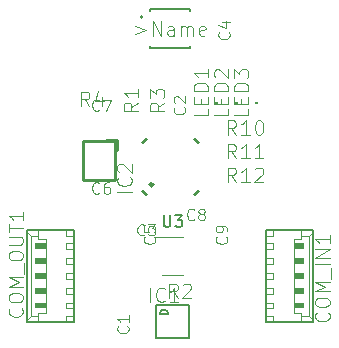
<source format=gbr>
G04 #@! TF.GenerationSoftware,KiCad,Pcbnew,(5.1.2)-1*
G04 #@! TF.CreationDate,2019-06-05T16:17:15+02:00*
G04 #@! TF.ProjectId,BodyTempUnit-e7,426f6479-5465-46d7-9055-6e69742d6537,rev?*
G04 #@! TF.SameCoordinates,Original*
G04 #@! TF.FileFunction,Legend,Top*
G04 #@! TF.FilePolarity,Positive*
%FSLAX46Y46*%
G04 Gerber Fmt 4.6, Leading zero omitted, Abs format (unit mm)*
G04 Created by KiCad (PCBNEW (5.1.2)-1) date 2019-06-05 16:17:15*
%MOMM*%
%LPD*%
G04 APERTURE LIST*
%ADD10C,0.120000*%
%ADD11C,0.203200*%
%ADD12C,0.152400*%
%ADD13C,0.100000*%
%ADD14C,0.050800*%
%ADD15C,0.250000*%
%ADD16C,0.254000*%
%ADD17C,0.081280*%
%ADD18C,0.150000*%
%ADD19C,0.101600*%
%ADD20C,0.076200*%
G04 APERTURE END LIST*
D10*
X78652000Y-125202000D02*
X76202000Y-125202000D01*
X76852000Y-128422000D02*
X78652000Y-128422000D01*
D11*
X77352000Y-131700000D02*
X76652000Y-131700000D01*
X77352000Y-131700000D02*
G75*
G03X76652000Y-131700000I-350000J0D01*
G01*
X76352000Y-131000000D02*
X79152000Y-131000000D01*
X76352000Y-133800000D02*
X76352000Y-131000000D01*
X79152000Y-133800000D02*
X76352000Y-133800000D01*
X79152000Y-131000000D02*
X79152000Y-133800000D01*
D12*
X75189700Y-106578400D02*
G75*
G03X75037300Y-106578400I-76200J0D01*
G01*
X75037300Y-106578400D02*
G75*
G03X75189700Y-106578400I76200J0D01*
G01*
X79177500Y-106095800D02*
X79177500Y-105892600D01*
X75824700Y-109042200D02*
X75824700Y-109245400D01*
X75824700Y-105892600D02*
X75824700Y-106095800D01*
X79177500Y-105892600D02*
X75824700Y-105892600D01*
X79177500Y-109245400D02*
X79177500Y-109042200D01*
X75824700Y-109245400D02*
X79177500Y-109245400D01*
D13*
G36*
X88001100Y-130753600D02*
G01*
X88001100Y-131253600D01*
X88876100Y-131253600D01*
X88876100Y-130753600D01*
X88001100Y-130753600D01*
G37*
G36*
X88001100Y-129503600D02*
G01*
X88001100Y-130003600D01*
X88876100Y-130003600D01*
X88876100Y-129503600D01*
X88001100Y-129503600D01*
G37*
G36*
X88001100Y-128253600D02*
G01*
X88001100Y-128753600D01*
X88876100Y-128753600D01*
X88876100Y-128253600D01*
X88001100Y-128253600D01*
G37*
G36*
X88001100Y-127003600D02*
G01*
X88001100Y-127503600D01*
X88876100Y-127503600D01*
X88876100Y-127003600D01*
X88001100Y-127003600D01*
G37*
G36*
X88001100Y-125753600D02*
G01*
X88001100Y-126253600D01*
X88876100Y-126253600D01*
X88876100Y-125753600D01*
X88001100Y-125753600D01*
G37*
D14*
X86251100Y-131253600D02*
X85751100Y-131253600D01*
X86251100Y-130753600D02*
X86251100Y-131253600D01*
X85751100Y-130753600D02*
X86251100Y-130753600D01*
X86251100Y-130003600D02*
X85751100Y-130003600D01*
X86251100Y-129503600D02*
X86251100Y-130003600D01*
X85751100Y-129503600D02*
X86251100Y-129503600D01*
X86251100Y-128753600D02*
X85751100Y-128753600D01*
X86251100Y-128253600D02*
X86251100Y-128753600D01*
X85751100Y-128253600D02*
X86251100Y-128253600D01*
X86251100Y-127503600D02*
X85751100Y-127503600D01*
X86251100Y-127003600D02*
X86251100Y-127503600D01*
X85751100Y-127003600D02*
X86251100Y-127003600D01*
X86251100Y-126253600D02*
X85751100Y-126253600D01*
X86251100Y-125753600D02*
X86251100Y-126253600D01*
X85751100Y-125753600D02*
X86251100Y-125753600D01*
X89251100Y-131878600D02*
X89626100Y-132253600D01*
X89251100Y-125128600D02*
X89626100Y-124753600D01*
X89251100Y-131878600D02*
X88626100Y-131878600D01*
X89251100Y-125128600D02*
X89251100Y-131878600D01*
X88626100Y-125128600D02*
X89251100Y-125128600D01*
X86251100Y-131878600D02*
X85626100Y-131878600D01*
X86251100Y-131878600D02*
X86251100Y-132378600D01*
X86251100Y-125128600D02*
X85626100Y-125128600D01*
X86251100Y-124628600D02*
X86251100Y-125128600D01*
X88626100Y-131628600D02*
X88001100Y-131628600D01*
X88626100Y-131878600D02*
X88626100Y-132378600D01*
X88626100Y-131628600D02*
X88626100Y-131878600D01*
X88001100Y-125378600D02*
X88001100Y-131628600D01*
X88626100Y-125378600D02*
X88001100Y-125378600D01*
X88626100Y-125128600D02*
X88626100Y-125378600D01*
X88626100Y-124628600D02*
X88626100Y-125128600D01*
D11*
X89626100Y-124603600D02*
X85626100Y-124603600D01*
X89626100Y-124753600D02*
X89626100Y-124603600D01*
X89626100Y-132253600D02*
X89626100Y-124753600D01*
X89626100Y-132403600D02*
X89626100Y-132253600D01*
X85626100Y-132403600D02*
X89626100Y-132403600D01*
X85626100Y-131878600D02*
X85626100Y-132403600D01*
X85626100Y-125128600D02*
X85626100Y-131878600D01*
X85626100Y-124603600D02*
X85626100Y-125128600D01*
D13*
G36*
X67001100Y-126253600D02*
G01*
X67001100Y-125753600D01*
X66126100Y-125753600D01*
X66126100Y-126253600D01*
X67001100Y-126253600D01*
G37*
G36*
X67001100Y-127503600D02*
G01*
X67001100Y-127003600D01*
X66126100Y-127003600D01*
X66126100Y-127503600D01*
X67001100Y-127503600D01*
G37*
G36*
X67001100Y-128753600D02*
G01*
X67001100Y-128253600D01*
X66126100Y-128253600D01*
X66126100Y-128753600D01*
X67001100Y-128753600D01*
G37*
G36*
X67001100Y-130003600D02*
G01*
X67001100Y-129503600D01*
X66126100Y-129503600D01*
X66126100Y-130003600D01*
X67001100Y-130003600D01*
G37*
G36*
X67001100Y-131253600D02*
G01*
X67001100Y-130753600D01*
X66126100Y-130753600D01*
X66126100Y-131253600D01*
X67001100Y-131253600D01*
G37*
D14*
X68751100Y-125753600D02*
X69251100Y-125753600D01*
X68751100Y-126253600D02*
X68751100Y-125753600D01*
X69251100Y-126253600D02*
X68751100Y-126253600D01*
X68751100Y-127003600D02*
X69251100Y-127003600D01*
X68751100Y-127503600D02*
X68751100Y-127003600D01*
X69251100Y-127503600D02*
X68751100Y-127503600D01*
X68751100Y-128253600D02*
X69251100Y-128253600D01*
X68751100Y-128753600D02*
X68751100Y-128253600D01*
X69251100Y-128753600D02*
X68751100Y-128753600D01*
X68751100Y-129503600D02*
X69251100Y-129503600D01*
X68751100Y-130003600D02*
X68751100Y-129503600D01*
X69251100Y-130003600D02*
X68751100Y-130003600D01*
X68751100Y-130753600D02*
X69251100Y-130753600D01*
X68751100Y-131253600D02*
X68751100Y-130753600D01*
X69251100Y-131253600D02*
X68751100Y-131253600D01*
X65751100Y-125128600D02*
X65376100Y-124753600D01*
X65751100Y-131878600D02*
X65376100Y-132253600D01*
X65751100Y-125128600D02*
X66376100Y-125128600D01*
X65751100Y-131878600D02*
X65751100Y-125128600D01*
X66376100Y-131878600D02*
X65751100Y-131878600D01*
X68751100Y-125128600D02*
X69376100Y-125128600D01*
X68751100Y-125128600D02*
X68751100Y-124628600D01*
X68751100Y-131878600D02*
X69376100Y-131878600D01*
X68751100Y-132378600D02*
X68751100Y-131878600D01*
X66376100Y-125378600D02*
X67001100Y-125378600D01*
X66376100Y-125128600D02*
X66376100Y-124628600D01*
X66376100Y-125378600D02*
X66376100Y-125128600D01*
X67001100Y-131628600D02*
X67001100Y-125378600D01*
X66376100Y-131628600D02*
X67001100Y-131628600D01*
X66376100Y-131878600D02*
X66376100Y-131628600D01*
X66376100Y-132378600D02*
X66376100Y-131878600D01*
D11*
X65376100Y-132403600D02*
X69376100Y-132403600D01*
X65376100Y-132253600D02*
X65376100Y-132403600D01*
X65376100Y-124753600D02*
X65376100Y-132253600D01*
X65376100Y-124603600D02*
X65376100Y-124753600D01*
X69376100Y-124603600D02*
X65376100Y-124603600D01*
X69376100Y-125128600D02*
X69376100Y-124603600D01*
X69376100Y-131878600D02*
X69376100Y-125128600D01*
X69376100Y-132403600D02*
X69376100Y-131878600D01*
X77352000Y-131700000D02*
X76652000Y-131700000D01*
X77352000Y-131700000D02*
G75*
G03X76652000Y-131700000I-350000J0D01*
G01*
X76352000Y-131000000D02*
X79152000Y-131000000D01*
X76352000Y-133800000D02*
X76352000Y-131000000D01*
X79152000Y-133800000D02*
X76352000Y-133800000D01*
X79152000Y-131000000D02*
X79152000Y-133800000D01*
D15*
X72126100Y-116983600D02*
X72126100Y-116958600D01*
X73001100Y-116983600D02*
X72126100Y-116983600D01*
X73001100Y-117858600D02*
X73001100Y-116983600D01*
X73026100Y-117858600D02*
X73001100Y-117858600D01*
X70126100Y-117108600D02*
X72876100Y-117108600D01*
X70126100Y-120358600D02*
X70126100Y-117108600D01*
X72876100Y-120358600D02*
X70126100Y-120358600D01*
X72876100Y-117108600D02*
X72876100Y-120358600D01*
X73026100Y-116958600D02*
X72126100Y-116958600D01*
X73026100Y-117858600D02*
X73026100Y-116958600D01*
D16*
X76101100Y-120783600D02*
G75*
G03X76101100Y-120783600I-150000J0D01*
G01*
X79851100Y-121283600D02*
X79551100Y-121583600D01*
X79551100Y-116883600D02*
X79851100Y-117183600D01*
X75151100Y-117183600D02*
X75451100Y-116883600D01*
X75451100Y-121583600D02*
X75151100Y-121283600D01*
D13*
G36*
X83010500Y-113985000D02*
G01*
X83260500Y-113985000D01*
X83260500Y-113735000D01*
X83010500Y-113735000D01*
X83010500Y-113985000D01*
G37*
G36*
X81310000Y-113985000D02*
G01*
X81560000Y-113985000D01*
X81560000Y-113735000D01*
X81310000Y-113735000D01*
X81310000Y-113985000D01*
G37*
G36*
X84711000Y-113985000D02*
G01*
X84961000Y-113985000D01*
X84961000Y-113735000D01*
X84711000Y-113735000D01*
X84711000Y-113985000D01*
G37*
D17*
X82277314Y-125177815D02*
X82323276Y-125223777D01*
X82369238Y-125361663D01*
X82369238Y-125453587D01*
X82323276Y-125591472D01*
X82231352Y-125683396D01*
X82139428Y-125729358D01*
X81955580Y-125775320D01*
X81817695Y-125775320D01*
X81633847Y-125729358D01*
X81541923Y-125683396D01*
X81450000Y-125591472D01*
X81404038Y-125453587D01*
X81404038Y-125361663D01*
X81450000Y-125223777D01*
X81495961Y-125177815D01*
X82369238Y-124718196D02*
X82369238Y-124534348D01*
X82323276Y-124442425D01*
X82277314Y-124396463D01*
X82139428Y-124304539D01*
X81955580Y-124258577D01*
X81587885Y-124258577D01*
X81495961Y-124304539D01*
X81450000Y-124350501D01*
X81404038Y-124442425D01*
X81404038Y-124626272D01*
X81450000Y-124718196D01*
X81495961Y-124764158D01*
X81587885Y-124810120D01*
X81817695Y-124810120D01*
X81909619Y-124764158D01*
X81955580Y-124718196D01*
X82001542Y-124626272D01*
X82001542Y-124442425D01*
X81955580Y-124350501D01*
X81909619Y-124304539D01*
X81817695Y-124258577D01*
X76181314Y-125177815D02*
X76227276Y-125223777D01*
X76273238Y-125361663D01*
X76273238Y-125453587D01*
X76227276Y-125591472D01*
X76135352Y-125683396D01*
X76043428Y-125729358D01*
X75859580Y-125775320D01*
X75721695Y-125775320D01*
X75537847Y-125729358D01*
X75445923Y-125683396D01*
X75354000Y-125591472D01*
X75308038Y-125453587D01*
X75308038Y-125361663D01*
X75354000Y-125223777D01*
X75399961Y-125177815D01*
X75308038Y-124304539D02*
X75308038Y-124764158D01*
X75767657Y-124810120D01*
X75721695Y-124764158D01*
X75675733Y-124672234D01*
X75675733Y-124442425D01*
X75721695Y-124350501D01*
X75767657Y-124304539D01*
X75859580Y-124258577D01*
X76089390Y-124258577D01*
X76181314Y-124304539D01*
X76227276Y-124350501D01*
X76273238Y-124442425D01*
X76273238Y-124672234D01*
X76227276Y-124764158D01*
X76181314Y-124810120D01*
D18*
X76990095Y-123364380D02*
X76990095Y-124173904D01*
X77037714Y-124269142D01*
X77085333Y-124316761D01*
X77180571Y-124364380D01*
X77371047Y-124364380D01*
X77466285Y-124316761D01*
X77513904Y-124269142D01*
X77561523Y-124173904D01*
X77561523Y-123364380D01*
X77942476Y-123364380D02*
X78561523Y-123364380D01*
X78228190Y-123745333D01*
X78371047Y-123745333D01*
X78466285Y-123792952D01*
X78513904Y-123840571D01*
X78561523Y-123935809D01*
X78561523Y-124173904D01*
X78513904Y-124269142D01*
X78466285Y-124316761D01*
X78371047Y-124364380D01*
X78085333Y-124364380D01*
X77990095Y-124316761D01*
X77942476Y-124269142D01*
D19*
X75819301Y-130706547D02*
X75819301Y-129500047D01*
X77083254Y-130591642D02*
X77025801Y-130649095D01*
X76853444Y-130706547D01*
X76738540Y-130706547D01*
X76566182Y-130649095D01*
X76451278Y-130534190D01*
X76393825Y-130419285D01*
X76336373Y-130189476D01*
X76336373Y-130017119D01*
X76393825Y-129787309D01*
X76451278Y-129672404D01*
X76566182Y-129557500D01*
X76738540Y-129500047D01*
X76853444Y-129500047D01*
X77025801Y-129557500D01*
X77083254Y-129614952D01*
X78232301Y-130706547D02*
X77542873Y-130706547D01*
X77887587Y-130706547D02*
X77887587Y-129500047D01*
X77772682Y-129672404D01*
X77657778Y-129787309D01*
X77542873Y-129844761D01*
D20*
X74561291Y-107342214D02*
X75480530Y-107686928D01*
X74561291Y-108031642D01*
X76055053Y-108146547D02*
X76055053Y-106940047D01*
X76744482Y-108146547D01*
X76744482Y-106940047D01*
X77836077Y-108146547D02*
X77836077Y-107514571D01*
X77778625Y-107399666D01*
X77663720Y-107342214D01*
X77433910Y-107342214D01*
X77319006Y-107399666D01*
X77836077Y-108089095D02*
X77721172Y-108146547D01*
X77433910Y-108146547D01*
X77319006Y-108089095D01*
X77261553Y-107974190D01*
X77261553Y-107859285D01*
X77319006Y-107744380D01*
X77433910Y-107686928D01*
X77721172Y-107686928D01*
X77836077Y-107629476D01*
X78410601Y-108146547D02*
X78410601Y-107342214D01*
X78410601Y-107457119D02*
X78468053Y-107399666D01*
X78582958Y-107342214D01*
X78755315Y-107342214D01*
X78870220Y-107399666D01*
X78927672Y-107514571D01*
X78927672Y-108146547D01*
X78927672Y-107514571D02*
X78985125Y-107399666D01*
X79100030Y-107342214D01*
X79272387Y-107342214D01*
X79387291Y-107399666D01*
X79444744Y-107514571D01*
X79444744Y-108146547D01*
X80478887Y-108089095D02*
X80363982Y-108146547D01*
X80134172Y-108146547D01*
X80019268Y-108089095D01*
X79961815Y-107974190D01*
X79961815Y-107514571D01*
X80019268Y-107399666D01*
X80134172Y-107342214D01*
X80363982Y-107342214D01*
X80478887Y-107399666D01*
X80536339Y-107514571D01*
X80536339Y-107629476D01*
X79961815Y-107744380D01*
D19*
X90910242Y-131599020D02*
X90967695Y-131656473D01*
X91025147Y-131828830D01*
X91025147Y-131943735D01*
X90967695Y-132116092D01*
X90852790Y-132230997D01*
X90737885Y-132288449D01*
X90508076Y-132345901D01*
X90335719Y-132345901D01*
X90105909Y-132288449D01*
X89991004Y-132230997D01*
X89876100Y-132116092D01*
X89818647Y-131943735D01*
X89818647Y-131828830D01*
X89876100Y-131656473D01*
X89933552Y-131599020D01*
X89818647Y-130852140D02*
X89818647Y-130622330D01*
X89876100Y-130507425D01*
X89991004Y-130392520D01*
X90220814Y-130335068D01*
X90622980Y-130335068D01*
X90852790Y-130392520D01*
X90967695Y-130507425D01*
X91025147Y-130622330D01*
X91025147Y-130852140D01*
X90967695Y-130967044D01*
X90852790Y-131081949D01*
X90622980Y-131139401D01*
X90220814Y-131139401D01*
X89991004Y-131081949D01*
X89876100Y-130967044D01*
X89818647Y-130852140D01*
X91025147Y-129817997D02*
X89818647Y-129817997D01*
X90680433Y-129415830D01*
X89818647Y-129013663D01*
X91025147Y-129013663D01*
X91140052Y-128726401D02*
X91140052Y-127807163D01*
X91025147Y-127519901D02*
X89818647Y-127519901D01*
X91025147Y-126945378D02*
X89818647Y-126945378D01*
X91025147Y-126255949D01*
X89818647Y-126255949D01*
X91025147Y-125049449D02*
X91025147Y-125738878D01*
X91025147Y-125394163D02*
X89818647Y-125394163D01*
X89991004Y-125509068D01*
X90105909Y-125623973D01*
X90163361Y-125738878D01*
X64953742Y-131210869D02*
X65011195Y-131268321D01*
X65068647Y-131440679D01*
X65068647Y-131555583D01*
X65011195Y-131727940D01*
X64896290Y-131842845D01*
X64781385Y-131900298D01*
X64551576Y-131957750D01*
X64379219Y-131957750D01*
X64149409Y-131900298D01*
X64034504Y-131842845D01*
X63919600Y-131727940D01*
X63862147Y-131555583D01*
X63862147Y-131440679D01*
X63919600Y-131268321D01*
X63977052Y-131210869D01*
X63862147Y-130463988D02*
X63862147Y-130234179D01*
X63919600Y-130119274D01*
X64034504Y-130004369D01*
X64264314Y-129946917D01*
X64666480Y-129946917D01*
X64896290Y-130004369D01*
X65011195Y-130119274D01*
X65068647Y-130234179D01*
X65068647Y-130463988D01*
X65011195Y-130578893D01*
X64896290Y-130693798D01*
X64666480Y-130751250D01*
X64264314Y-130751250D01*
X64034504Y-130693798D01*
X63919600Y-130578893D01*
X63862147Y-130463988D01*
X65068647Y-129429845D02*
X63862147Y-129429845D01*
X64723933Y-129027679D01*
X63862147Y-128625512D01*
X65068647Y-128625512D01*
X65183552Y-128338250D02*
X65183552Y-127419012D01*
X63862147Y-126901940D02*
X63862147Y-126672131D01*
X63919600Y-126557226D01*
X64034504Y-126442321D01*
X64264314Y-126384869D01*
X64666480Y-126384869D01*
X64896290Y-126442321D01*
X65011195Y-126557226D01*
X65068647Y-126672131D01*
X65068647Y-126901940D01*
X65011195Y-127016845D01*
X64896290Y-127131750D01*
X64666480Y-127189202D01*
X64264314Y-127189202D01*
X64034504Y-127131750D01*
X63919600Y-127016845D01*
X63862147Y-126901940D01*
X63862147Y-125867798D02*
X64838838Y-125867798D01*
X64953742Y-125810345D01*
X65011195Y-125752893D01*
X65068647Y-125637988D01*
X65068647Y-125408179D01*
X65011195Y-125293274D01*
X64953742Y-125235821D01*
X64838838Y-125178369D01*
X63862147Y-125178369D01*
X63862147Y-124776202D02*
X63862147Y-124086774D01*
X65068647Y-124431488D02*
X63862147Y-124431488D01*
X65068647Y-123052631D02*
X65068647Y-123742060D01*
X65068647Y-123397345D02*
X63862147Y-123397345D01*
X64034504Y-123512250D01*
X64149409Y-123627155D01*
X64206861Y-123742060D01*
X75819301Y-130706547D02*
X75819301Y-129500047D01*
X77083254Y-130591642D02*
X77025801Y-130649095D01*
X76853444Y-130706547D01*
X76738540Y-130706547D01*
X76566182Y-130649095D01*
X76451278Y-130534190D01*
X76393825Y-130419285D01*
X76336373Y-130189476D01*
X76336373Y-130017119D01*
X76393825Y-129787309D01*
X76451278Y-129672404D01*
X76566182Y-129557500D01*
X76738540Y-129500047D01*
X76853444Y-129500047D01*
X77025801Y-129557500D01*
X77083254Y-129614952D01*
X78232301Y-130706547D02*
X77542873Y-130706547D01*
X77887587Y-130706547D02*
X77887587Y-129500047D01*
X77772682Y-129672404D01*
X77657778Y-129787309D01*
X77542873Y-129844761D01*
D17*
X73918114Y-132755917D02*
X73964076Y-132801879D01*
X74010038Y-132939765D01*
X74010038Y-133031689D01*
X73964076Y-133169574D01*
X73872152Y-133261498D01*
X73780228Y-133307460D01*
X73596380Y-133353422D01*
X73458495Y-133353422D01*
X73274647Y-133307460D01*
X73182723Y-133261498D01*
X73090800Y-133169574D01*
X73044838Y-133031689D01*
X73044838Y-132939765D01*
X73090800Y-132801879D01*
X73136761Y-132755917D01*
X74010038Y-131836679D02*
X74010038Y-132388222D01*
X74010038Y-132112451D02*
X73044838Y-132112451D01*
X73182723Y-132204374D01*
X73274647Y-132296298D01*
X73320609Y-132388222D01*
X78713214Y-114199415D02*
X78759176Y-114245377D01*
X78805138Y-114383263D01*
X78805138Y-114475187D01*
X78759176Y-114613072D01*
X78667252Y-114704996D01*
X78575328Y-114750958D01*
X78391480Y-114796920D01*
X78253595Y-114796920D01*
X78069747Y-114750958D01*
X77977823Y-114704996D01*
X77885900Y-114613072D01*
X77839938Y-114475187D01*
X77839938Y-114383263D01*
X77885900Y-114245377D01*
X77931861Y-114199415D01*
X77931861Y-113831720D02*
X77885900Y-113785758D01*
X77839938Y-113693834D01*
X77839938Y-113464025D01*
X77885900Y-113372101D01*
X77931861Y-113326139D01*
X78023785Y-113280177D01*
X78115709Y-113280177D01*
X78253595Y-113326139D01*
X78805138Y-113877682D01*
X78805138Y-113280177D01*
X75364082Y-124987314D02*
X75318120Y-125033276D01*
X75180234Y-125079238D01*
X75088310Y-125079238D01*
X74950425Y-125033276D01*
X74858501Y-124941352D01*
X74812539Y-124849428D01*
X74766577Y-124665580D01*
X74766577Y-124527695D01*
X74812539Y-124343847D01*
X74858501Y-124251923D01*
X74950425Y-124160000D01*
X75088310Y-124114038D01*
X75180234Y-124114038D01*
X75318120Y-124160000D01*
X75364082Y-124205961D01*
X75685815Y-124114038D02*
X76283320Y-124114038D01*
X75961587Y-124481733D01*
X76099472Y-124481733D01*
X76191396Y-124527695D01*
X76237358Y-124573657D01*
X76283320Y-124665580D01*
X76283320Y-124895390D01*
X76237358Y-124987314D01*
X76191396Y-125033276D01*
X76099472Y-125079238D01*
X75823701Y-125079238D01*
X75731777Y-125033276D01*
X75685815Y-124987314D01*
X82478414Y-107859517D02*
X82524376Y-107905479D01*
X82570338Y-108043365D01*
X82570338Y-108135289D01*
X82524376Y-108273174D01*
X82432452Y-108365098D01*
X82340528Y-108411060D01*
X82156680Y-108457022D01*
X82018795Y-108457022D01*
X81834947Y-108411060D01*
X81743023Y-108365098D01*
X81651100Y-108273174D01*
X81605138Y-108135289D01*
X81605138Y-108043365D01*
X81651100Y-107905479D01*
X81697061Y-107859517D01*
X81926871Y-107032203D02*
X82570338Y-107032203D01*
X81559176Y-107262012D02*
X82248604Y-107491822D01*
X82248604Y-106894317D01*
D19*
X74808647Y-113825869D02*
X74234123Y-114228036D01*
X74808647Y-114515298D02*
X73602147Y-114515298D01*
X73602147Y-114055679D01*
X73659600Y-113940774D01*
X73717052Y-113883321D01*
X73831957Y-113825869D01*
X74004314Y-113825869D01*
X74119219Y-113883321D01*
X74176671Y-113940774D01*
X74234123Y-114055679D01*
X74234123Y-114515298D01*
X74808647Y-112676821D02*
X74808647Y-113366250D01*
X74808647Y-113021536D02*
X73602147Y-113021536D01*
X73774504Y-113136440D01*
X73889409Y-113251345D01*
X73946861Y-113366250D01*
X78159730Y-130374047D02*
X77757563Y-129799523D01*
X77470301Y-130374047D02*
X77470301Y-129167547D01*
X77929920Y-129167547D01*
X78044825Y-129225000D01*
X78102278Y-129282452D01*
X78159730Y-129397357D01*
X78159730Y-129569714D01*
X78102278Y-129684619D01*
X78044825Y-129742071D01*
X77929920Y-129799523D01*
X77470301Y-129799523D01*
X78619349Y-129282452D02*
X78676801Y-129225000D01*
X78791706Y-129167547D01*
X79078968Y-129167547D01*
X79193873Y-129225000D01*
X79251325Y-129282452D01*
X79308778Y-129397357D01*
X79308778Y-129512261D01*
X79251325Y-129684619D01*
X78561897Y-130374047D01*
X79308778Y-130374047D01*
X77042847Y-113825869D02*
X76468323Y-114228036D01*
X77042847Y-114515298D02*
X75836347Y-114515298D01*
X75836347Y-114055679D01*
X75893800Y-113940774D01*
X75951252Y-113883321D01*
X76066157Y-113825869D01*
X76238514Y-113825869D01*
X76353419Y-113883321D01*
X76410871Y-113940774D01*
X76468323Y-114055679D01*
X76468323Y-114515298D01*
X75836347Y-113423702D02*
X75836347Y-112676821D01*
X76295966Y-113078988D01*
X76295966Y-112906631D01*
X76353419Y-112791726D01*
X76410871Y-112734274D01*
X76525776Y-112676821D01*
X76813038Y-112676821D01*
X76927942Y-112734274D01*
X76985395Y-112791726D01*
X77042847Y-112906631D01*
X77042847Y-113251345D01*
X76985395Y-113366250D01*
X76927942Y-113423702D01*
X74268647Y-121420298D02*
X73062147Y-121420298D01*
X74153742Y-120156345D02*
X74211195Y-120213798D01*
X74268647Y-120386155D01*
X74268647Y-120501060D01*
X74211195Y-120673417D01*
X74096290Y-120788321D01*
X73981385Y-120845774D01*
X73751576Y-120903226D01*
X73579219Y-120903226D01*
X73349409Y-120845774D01*
X73234504Y-120788321D01*
X73119600Y-120673417D01*
X73062147Y-120501060D01*
X73062147Y-120386155D01*
X73119600Y-120213798D01*
X73177052Y-120156345D01*
X73177052Y-119696726D02*
X73119600Y-119639274D01*
X73062147Y-119524369D01*
X73062147Y-119237107D01*
X73119600Y-119122202D01*
X73177052Y-119064750D01*
X73291957Y-119007298D01*
X73406861Y-119007298D01*
X73579219Y-119064750D01*
X74268647Y-119754179D01*
X74268647Y-119007298D01*
X70691102Y-114115547D02*
X70288936Y-113541023D01*
X70001674Y-114115547D02*
X70001674Y-112909047D01*
X70461293Y-112909047D01*
X70576198Y-112966500D01*
X70633650Y-113023952D01*
X70691102Y-113138857D01*
X70691102Y-113311214D01*
X70633650Y-113426119D01*
X70576198Y-113483571D01*
X70461293Y-113541023D01*
X70001674Y-113541023D01*
X71725245Y-113311214D02*
X71725245Y-114115547D01*
X71437983Y-112851595D02*
X71150721Y-113713380D01*
X71897602Y-113713380D01*
D17*
X71535284Y-121445714D02*
X71489322Y-121491676D01*
X71351436Y-121537638D01*
X71259512Y-121537638D01*
X71121627Y-121491676D01*
X71029703Y-121399752D01*
X70983741Y-121307828D01*
X70937779Y-121123980D01*
X70937779Y-120986095D01*
X70983741Y-120802247D01*
X71029703Y-120710323D01*
X71121627Y-120618400D01*
X71259512Y-120572438D01*
X71351436Y-120572438D01*
X71489322Y-120618400D01*
X71535284Y-120664361D01*
X72362598Y-120572438D02*
X72178751Y-120572438D01*
X72086827Y-120618400D01*
X72040865Y-120664361D01*
X71948941Y-120802247D01*
X71902979Y-120986095D01*
X71902979Y-121353790D01*
X71948941Y-121445714D01*
X71994903Y-121491676D01*
X72086827Y-121537638D01*
X72270674Y-121537638D01*
X72362598Y-121491676D01*
X72408560Y-121445714D01*
X72454522Y-121353790D01*
X72454522Y-121123980D01*
X72408560Y-121032057D01*
X72362598Y-120986095D01*
X72270674Y-120940133D01*
X72086827Y-120940133D01*
X71994903Y-120986095D01*
X71948941Y-121032057D01*
X71902979Y-121123980D01*
X71535284Y-114445714D02*
X71489322Y-114491676D01*
X71351436Y-114537638D01*
X71259512Y-114537638D01*
X71121627Y-114491676D01*
X71029703Y-114399752D01*
X70983741Y-114307828D01*
X70937779Y-114123980D01*
X70937779Y-113986095D01*
X70983741Y-113802247D01*
X71029703Y-113710323D01*
X71121627Y-113618400D01*
X71259512Y-113572438D01*
X71351436Y-113572438D01*
X71489322Y-113618400D01*
X71535284Y-113664361D01*
X71857017Y-113572438D02*
X72500484Y-113572438D01*
X72086827Y-114537638D01*
X79564184Y-123687314D02*
X79518222Y-123733276D01*
X79380336Y-123779238D01*
X79288412Y-123779238D01*
X79150527Y-123733276D01*
X79058603Y-123641352D01*
X79012641Y-123549428D01*
X78966679Y-123365580D01*
X78966679Y-123227695D01*
X79012641Y-123043847D01*
X79058603Y-122951923D01*
X79150527Y-122860000D01*
X79288412Y-122814038D01*
X79380336Y-122814038D01*
X79518222Y-122860000D01*
X79564184Y-122905961D01*
X80115727Y-123227695D02*
X80023803Y-123181733D01*
X79977841Y-123135771D01*
X79931879Y-123043847D01*
X79931879Y-122997885D01*
X79977841Y-122905961D01*
X80023803Y-122860000D01*
X80115727Y-122814038D01*
X80299574Y-122814038D01*
X80391498Y-122860000D01*
X80437460Y-122905961D01*
X80483422Y-122997885D01*
X80483422Y-123043847D01*
X80437460Y-123135771D01*
X80391498Y-123181733D01*
X80299574Y-123227695D01*
X80115727Y-123227695D01*
X80023803Y-123273657D01*
X79977841Y-123319619D01*
X79931879Y-123411542D01*
X79931879Y-123595390D01*
X79977841Y-123687314D01*
X80023803Y-123733276D01*
X80115727Y-123779238D01*
X80299574Y-123779238D01*
X80391498Y-123733276D01*
X80437460Y-123687314D01*
X80483422Y-123595390D01*
X80483422Y-123411542D01*
X80437460Y-123319619D01*
X80391498Y-123273657D01*
X80299574Y-123227695D01*
D19*
X82443047Y-114327174D02*
X82443047Y-114901698D01*
X81236547Y-114901698D01*
X81811071Y-113925007D02*
X81811071Y-113522840D01*
X82443047Y-113350483D02*
X82443047Y-113925007D01*
X81236547Y-113925007D01*
X81236547Y-113350483D01*
X82443047Y-112833412D02*
X81236547Y-112833412D01*
X81236547Y-112546150D01*
X81294000Y-112373793D01*
X81408904Y-112258888D01*
X81523809Y-112201436D01*
X81753619Y-112143983D01*
X81925976Y-112143983D01*
X82155785Y-112201436D01*
X82270690Y-112258888D01*
X82385595Y-112373793D01*
X82443047Y-112546150D01*
X82443047Y-112833412D01*
X81351452Y-111684364D02*
X81294000Y-111626912D01*
X81236547Y-111512007D01*
X81236547Y-111224745D01*
X81294000Y-111109840D01*
X81351452Y-111052388D01*
X81466357Y-110994936D01*
X81581261Y-110994936D01*
X81753619Y-111052388D01*
X82443047Y-111741817D01*
X82443047Y-110994936D01*
X83112730Y-118541147D02*
X82710563Y-117966623D01*
X82423301Y-118541147D02*
X82423301Y-117334647D01*
X82882920Y-117334647D01*
X82997825Y-117392100D01*
X83055278Y-117449552D01*
X83112730Y-117564457D01*
X83112730Y-117736814D01*
X83055278Y-117851719D01*
X82997825Y-117909171D01*
X82882920Y-117966623D01*
X82423301Y-117966623D01*
X84261778Y-118541147D02*
X83572349Y-118541147D01*
X83917063Y-118541147D02*
X83917063Y-117334647D01*
X83802159Y-117507004D01*
X83687254Y-117621909D01*
X83572349Y-117679361D01*
X85410825Y-118541147D02*
X84721397Y-118541147D01*
X85066111Y-118541147D02*
X85066111Y-117334647D01*
X84951206Y-117507004D01*
X84836301Y-117621909D01*
X84721397Y-117679361D01*
X80742547Y-114327174D02*
X80742547Y-114901698D01*
X79536047Y-114901698D01*
X80110571Y-113925007D02*
X80110571Y-113522840D01*
X80742547Y-113350483D02*
X80742547Y-113925007D01*
X79536047Y-113925007D01*
X79536047Y-113350483D01*
X80742547Y-112833412D02*
X79536047Y-112833412D01*
X79536047Y-112546150D01*
X79593500Y-112373793D01*
X79708404Y-112258888D01*
X79823309Y-112201436D01*
X80053119Y-112143983D01*
X80225476Y-112143983D01*
X80455285Y-112201436D01*
X80570190Y-112258888D01*
X80685095Y-112373793D01*
X80742547Y-112546150D01*
X80742547Y-112833412D01*
X80742547Y-110994936D02*
X80742547Y-111684364D01*
X80742547Y-111339650D02*
X79536047Y-111339650D01*
X79708404Y-111454555D01*
X79823309Y-111569460D01*
X79880761Y-111684364D01*
X83112730Y-116541147D02*
X82710563Y-115966623D01*
X82423301Y-116541147D02*
X82423301Y-115334647D01*
X82882920Y-115334647D01*
X82997825Y-115392100D01*
X83055278Y-115449552D01*
X83112730Y-115564457D01*
X83112730Y-115736814D01*
X83055278Y-115851719D01*
X82997825Y-115909171D01*
X82882920Y-115966623D01*
X82423301Y-115966623D01*
X84261778Y-116541147D02*
X83572349Y-116541147D01*
X83917063Y-116541147D02*
X83917063Y-115334647D01*
X83802159Y-115507004D01*
X83687254Y-115621909D01*
X83572349Y-115679361D01*
X85008659Y-115334647D02*
X85123563Y-115334647D01*
X85238468Y-115392100D01*
X85295920Y-115449552D01*
X85353373Y-115564457D01*
X85410825Y-115794266D01*
X85410825Y-116081528D01*
X85353373Y-116311338D01*
X85295920Y-116426242D01*
X85238468Y-116483695D01*
X85123563Y-116541147D01*
X85008659Y-116541147D01*
X84893754Y-116483695D01*
X84836301Y-116426242D01*
X84778849Y-116311338D01*
X84721397Y-116081528D01*
X84721397Y-115794266D01*
X84778849Y-115564457D01*
X84836301Y-115449552D01*
X84893754Y-115392100D01*
X85008659Y-115334647D01*
X83112730Y-120541147D02*
X82710563Y-119966623D01*
X82423301Y-120541147D02*
X82423301Y-119334647D01*
X82882920Y-119334647D01*
X82997825Y-119392100D01*
X83055278Y-119449552D01*
X83112730Y-119564457D01*
X83112730Y-119736814D01*
X83055278Y-119851719D01*
X82997825Y-119909171D01*
X82882920Y-119966623D01*
X82423301Y-119966623D01*
X84261778Y-120541147D02*
X83572349Y-120541147D01*
X83917063Y-120541147D02*
X83917063Y-119334647D01*
X83802159Y-119507004D01*
X83687254Y-119621909D01*
X83572349Y-119679361D01*
X84721397Y-119449552D02*
X84778849Y-119392100D01*
X84893754Y-119334647D01*
X85181016Y-119334647D01*
X85295920Y-119392100D01*
X85353373Y-119449552D01*
X85410825Y-119564457D01*
X85410825Y-119679361D01*
X85353373Y-119851719D01*
X84663944Y-120541147D01*
X85410825Y-120541147D01*
X84143547Y-114327174D02*
X84143547Y-114901698D01*
X82937047Y-114901698D01*
X83511571Y-113925007D02*
X83511571Y-113522840D01*
X84143547Y-113350483D02*
X84143547Y-113925007D01*
X82937047Y-113925007D01*
X82937047Y-113350483D01*
X84143547Y-112833412D02*
X82937047Y-112833412D01*
X82937047Y-112546150D01*
X82994500Y-112373793D01*
X83109404Y-112258888D01*
X83224309Y-112201436D01*
X83454119Y-112143983D01*
X83626476Y-112143983D01*
X83856285Y-112201436D01*
X83971190Y-112258888D01*
X84086095Y-112373793D01*
X84143547Y-112546150D01*
X84143547Y-112833412D01*
X82937047Y-111741817D02*
X82937047Y-110994936D01*
X83396666Y-111397102D01*
X83396666Y-111224745D01*
X83454119Y-111109840D01*
X83511571Y-111052388D01*
X83626476Y-110994936D01*
X83913738Y-110994936D01*
X84028642Y-111052388D01*
X84086095Y-111109840D01*
X84143547Y-111224745D01*
X84143547Y-111569460D01*
X84086095Y-111684364D01*
X84028642Y-111741817D01*
M02*

</source>
